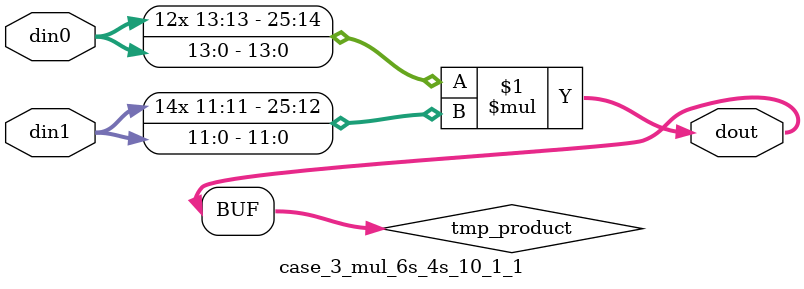
<source format=v>

`timescale 1 ns / 1 ps

 module case_3_mul_6s_4s_10_1_1(din0, din1, dout);
parameter ID = 1;
parameter NUM_STAGE = 0;
parameter din0_WIDTH = 14;
parameter din1_WIDTH = 12;
parameter dout_WIDTH = 26;

input [din0_WIDTH - 1 : 0] din0; 
input [din1_WIDTH - 1 : 0] din1; 
output [dout_WIDTH - 1 : 0] dout;

wire signed [dout_WIDTH - 1 : 0] tmp_product;



























assign tmp_product = $signed(din0) * $signed(din1);








assign dout = tmp_product;





















endmodule

</source>
